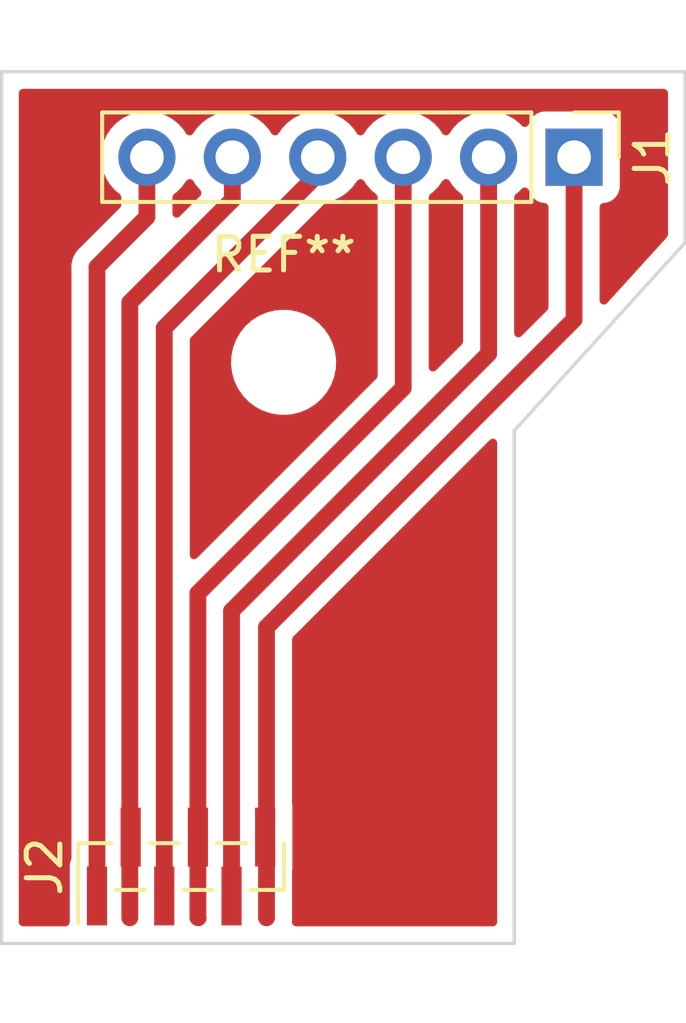
<source format=kicad_pcb>
(kicad_pcb (version 20211014) (generator pcbnew)
  (layers (0 "F.Cu" signal) (31 "B.Cu" signal) (34 "B.Paste" user) (35 "F.Paste" user) (36 "B.SilkS" user "B.Silkscreen") (37 "F.SilkS" user "F.Silkscreen") (38 "B.Mask" user) (39 "F.Mask" user) (44 "Edge.Cuts" user))
  (net 0 "")
  (net 1 "Net-(J1-Pad1)")
  (net 2 "Net-(J1-Pad2)")
  (net 3 "Net-(J1-Pad3)")
  (net 4 "Net-(J1-Pad4)")
  (net 5 "Net-(J1-Pad5)")
  (net 6 "Net-(J1-Pad6)")
  (footprint "MountingHole:MountingHole_2.1mm" (layer "F.Cu") (at 23.622 23.876)
    (fp_text reference "REF**" (at 0 -3.2) (layer "F.SilkS"))
    (fp_text value "MountingHole_2.1mm")
    (pad "" np_thru_hole circle (at 0 0) (size 2.1 2.1) (drill 2.1) (layers *.Cu *.Mask))
  )
  (footprint "Connector_PinHeader_1.00mm:PinHeader_1x06_P1.00mm_Vertical_SMD_Pin1Left" (layer "F.Cu") (at 20.574 38.862 90)
    (fp_text reference "J2" (at 0 -4.06 90) (layer "F.SilkS"))
    (fp_text value "Conn_01x06")
    (fp_line (start -0.695 -3.06) (end 0.695 -3.06) (layer "F.SilkS") (width 0.12))
    (fp_line (start -0.695 -3.06) (end -1.69 -3.06) (layer "F.SilkS") (width 0.12))
    (fp_line (start -0.695 -1.94) (end -0.695 -1.06) (layer "F.SilkS") (width 0.12))
    (fp_line (start -0.695 3.06) (end 0.695 3.06) (layer "F.SilkS") (width 0.12))
    (fp_line (start -0.695 0.06) (end -0.695 0.94) (layer "F.SilkS") (width 0.12))
    (fp_line (start 0.695 3.06) (end 0.695 3.06) (layer "F.SilkS") (width 0.12))
    (fp_line (start -0.695 2.06) (end -0.695 3.06) (layer "F.SilkS") (width 0.12))
    (fp_line (start 0.695 1.06) (end 0.695 1.94) (layer "F.SilkS") (width 0.12))
    (fp_line (start -0.695 -3.06) (end -0.695 -3.06) (layer "F.SilkS") (width 0.12))
    (fp_line (start 0.695 -0.94) (end 0.695 -0.06) (layer "F.SilkS") (width 0.12))
    (fp_line (start 0.695 -3.06) (end 0.695 -2.06) (layer "F.SilkS") (width 0.12))
    (pad "1" smd rect (at -0.875 -2.5 90) (size 1.75 0.6) (layers "F.Cu" "F.Paste" "F.Mask") (net 6 "Net-(J1-Pad6)"))
    (pad "2" smd rect (at 0.875 -1.5 90) (size 1.75 0.6) (layers "F.Cu" "F.Paste" "F.Mask") (net 5 "Net-(J1-Pad5)"))
    (pad "3" smd rect (at -0.875 -0.5 90) (size 1.75 0.6) (layers "F.Cu" "F.Paste" "F.Mask") (net 4 "Net-(J1-Pad4)"))
    (pad "4" smd rect (at 0.875 0.5 90) (size 1.75 0.6) (layers "F.Cu" "F.Paste" "F.Mask") (net 3 "Net-(J1-Pad3)"))
    (pad "5" smd rect (at -0.875 1.5 90) (size 1.75 0.6) (layers "F.Cu" "F.Paste" "F.Mask") (net 2 "Net-(J1-Pad2)"))
    (pad "6" smd rect (at 0.875 2.5 90) (size 1.75 0.6) (layers "F.Cu" "F.Paste" "F.Mask") (net 1 "Net-(J1-Pad1)"))
  )
  (footprint "Connector_PinHeader_2.54mm:PinHeader_1x06_P2.54mm_Vertical" (layer "F.Cu") (at 32.258 17.78 -90)
    (fp_text reference "J1" (at 0 -2.33 90) (layer "F.SilkS"))
    (fp_text value "Conn_01x06")
    (fp_line (start -1.33 -1.33) (end 0 -1.33) (layer "F.SilkS") (width 0.12))
    (fp_line (start -1.33 1.27) (end -1.33 14.03) (layer "F.SilkS") (width 0.12))
    (fp_line (start -1.33 14.03) (end 1.33 14.03) (layer "F.SilkS") (width 0.12))
    (fp_line (start -1.33 0) (end -1.33 -1.33) (layer "F.SilkS") (width 0.12))
    (fp_line (start 1.33 1.27) (end 1.33 14.03) (layer "F.SilkS") (width 0.12))
    (fp_line (start -1.33 1.27) (end 1.33 1.27) (layer "F.SilkS") (width 0.12))
    (pad "1" thru_hole rect (at 0 0 270) (size 1.7 1.7) (drill 1) (layers *.Cu *.Mask) (net 1 "Net-(J1-Pad1)"))
    (pad "2" thru_hole oval (at 0 2.54 270) (size 1.7 1.7) (drill 1) (layers *.Cu *.Mask) (net 2 "Net-(J1-Pad2)"))
    (pad "3" thru_hole oval (at 0 5.08 270) (size 1.7 1.7) (drill 1) (layers *.Cu *.Mask) (net 3 "Net-(J1-Pad3)"))
    (pad "4" thru_hole oval (at 0 7.62 270) (size 1.7 1.7) (drill 1) (layers *.Cu *.Mask) (net 4 "Net-(J1-Pad4)"))
    (pad "5" thru_hole oval (at 0 10.16 270) (size 1.7 1.7) (drill 1) (layers *.Cu *.Mask) (net 5 "Net-(J1-Pad5)"))
    (pad "6" thru_hole oval (at 0 12.7 270) (size 1.7 1.7) (drill 1) (layers *.Cu *.Mask) (net 6 "Net-(J1-Pad6)"))
  )
  (gr_line (start 35.56 20.32) (end 35.56 15.24) (layer "Edge.Cuts") (width 0.1))
  (gr_line (start 15.24 41.148) (end 30.48 41.148) (layer "Edge.Cuts") (width 0.1))
  (gr_line (start 35.56 15.24) (end 15.24 15.24) (layer "Edge.Cuts") (width 0.1))
  (gr_line (start 30.48 41.148) (end 30.48 25.908) (layer "Edge.Cuts") (width 0.1))
  (gr_line (start 15.24 15.24) (end 15.24 41.148) (layer "Edge.Cuts") (width 0.1))
  (gr_line (start 30.48 25.908) (end 35.56 20.32) (layer "Edge.Cuts") (width 0.1))
  (segment (start 32.258 17.78) (end 32.258 22.606) (width 0.5) (layer "F.Cu") (net 1))
  (segment (start 32.258 22.606) (end 23.114 31.75) (width 0.5) (layer "F.Cu") (net 1))
  (segment (start 23.114 31.75) (end 23.114 40.386) (width 0.5) (layer "F.Cu") (net 1))
  (segment (start 29.718 23.622) (end 29.718 17.78) (width 0.5) (layer "F.Cu") (net 2))
  (segment (start 22.074 31.266) (end 29.718 23.622) (width 0.5) (layer "F.Cu") (net 2))
  (segment (start 22.074 39.737) (end 22.074 31.266) (width 0.5) (layer "F.Cu") (net 2))
  (segment (start 21.074 40.378) (end 21.074 37.987) (width 0.5) (layer "F.Cu") (net 3))
  (segment (start 21.074 40.378) (end 21.082 40.386) (width 0.5) (layer "F.Cu") (net 3))
  (segment (start 27.178 17.78) (end 27.178 24.638) (width 0.5) (layer "F.Cu") (net 3))
  (segment (start 21.074 30.742) (end 21.074 37.987) (width 0.5) (layer "F.Cu") (net 3))
  (segment (start 27.178 24.638) (end 21.074 30.742) (width 0.5) (layer "F.Cu") (net 3))
  (segment (start 24.638 18.288) (end 24.638 17.78) (width 0.5) (layer "F.Cu") (net 4))
  (segment (start 20.074 39.737) (end 20.074 22.852) (width 0.5) (layer "F.Cu") (net 4))
  (segment (start 20.074 22.852) (end 24.638 18.288) (width 0.5) (layer "F.Cu") (net 4))
  (segment (start 22.098 17.78) (end 22.098 19.05) (width 0.5) (layer "F.Cu") (net 5))
  (segment (start 19.05 22.098) (end 19.05 40.386) (width 0.5) (layer "F.Cu") (net 5))
  (segment (start 22.098 19.05) (end 19.05 22.098) (width 0.5) (layer "F.Cu") (net 5))
  (segment (start 18.074 39.737) (end 18.074 21.042) (width 0.5) (layer "F.Cu") (net 6))
  (segment (start 18.074 21.042) (end 19.558 19.558) (width 0.5) (layer "F.Cu") (net 6))
  (segment (start 19.558 19.558) (end 19.558 17.78) (width 0.5) (layer "F.Cu") (net 6))
  (zone (net 0) (net_name "") (layer "F.Cu") (connect_pads (clearance 0.508)) (min_thickness 0.254) (fill yes (thermal_gap 0.508) (thermal_bridge_width 0.508))
    (polygon (pts (xy 35.306 20.066) (xy 30.226 25.908) (xy 30.226 40.64) (xy 15.494 40.894) (xy 15.494 15.494) (xy 35.306 15.494)))
  )
)
</source>
